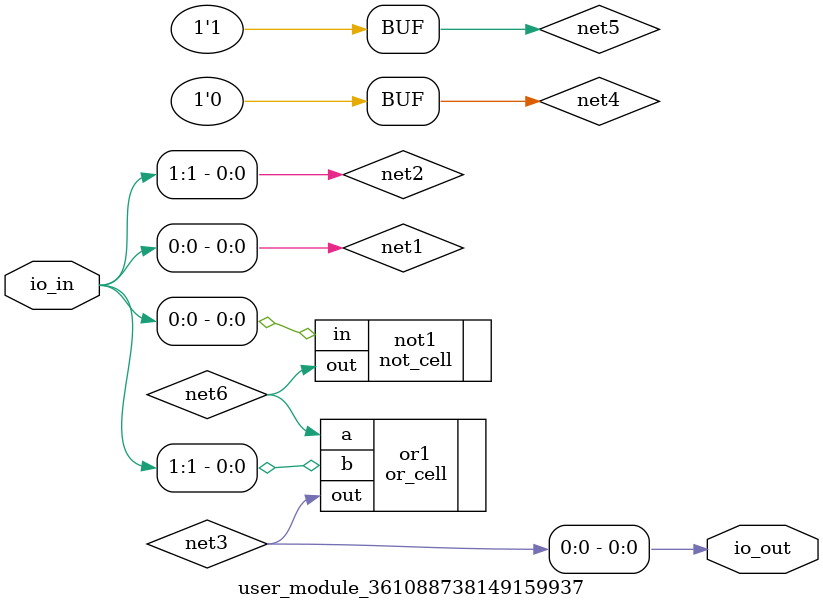
<source format=v>
/* Automatically generated from https://wokwi.com/projects/361088738149159937 */

`default_nettype none

module user_module_361088738149159937(
  input [7:0] io_in,
  output [7:0] io_out
);
  wire net1 = io_in[0];
  wire net2 = io_in[1];
  wire net3;
  wire net4 = 1'b0;
  wire net5 = 1'b1;
  wire net6;

  assign io_out[0] = net3;

  or_cell or1 (
    .a (net6),
    .b (net2),
    .out (net3)
  );
  not_cell not1 (
    .in (net1),
    .out (net6)
  );
endmodule

</source>
